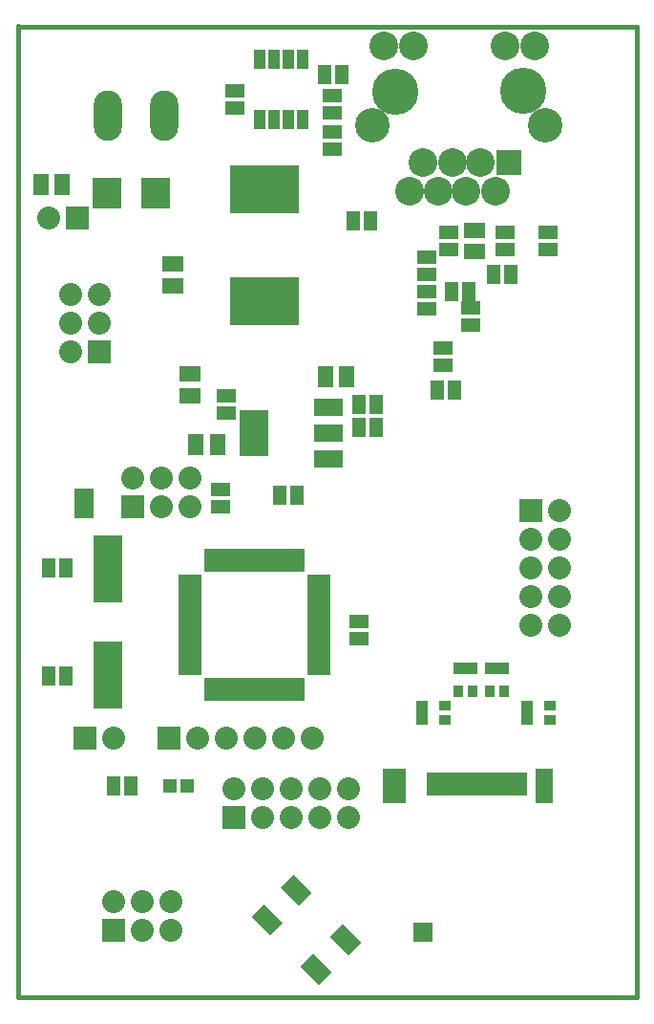
<source format=gts>
G04 (created by PCBNEW (2011-nov-30)-testing) date ven. 21 sept. 2012 14:12:35 CEST*
%MOIN*%
G04 Gerber Fmt 3.4, Leading zero omitted, Abs format*
%FSLAX34Y34*%
G01*
G70*
G90*
G04 APERTURE LIST*
%ADD10C,0.006*%
%ADD11C,0.015*%
%ADD12R,0.04X0.032*%
%ADD13R,0.032X0.04*%
%ADD14R,0.055X0.075*%
%ADD15R,0.075X0.055*%
%ADD16R,0.045X0.065*%
%ADD17R,0.065X0.045*%
%ADD18R,0.0514X0.0514*%
%ADD19R,0.04X0.065*%
%ADD20R,0.0476X0.0791*%
%ADD21R,0.0791X0.1224*%
%ADD22R,0.0594X0.1224*%
%ADD23R,0.0672X0.0672*%
%ADD24R,0.036X0.08*%
%ADD25R,0.08X0.036*%
%ADD26R,0.08X0.08*%
%ADD27C,0.08*%
%ADD28O,0.098X0.176*%
%ADD29R,0.0987X0.1106*%
%ADD30R,0.1184X0.1716*%
%ADD31R,0.1X0.164*%
%ADD32R,0.1X0.06*%
%ADD33R,0.0987X0.2365*%
%ADD34C,0.1617*%
%ADD35R,0.09X0.09*%
%ADD36C,0.1*%
%ADD37C,0.12*%
%ADD38R,0.07X0.058*%
G04 APERTURE END LIST*
G54D10*
G54D11*
X19700Y-39375D02*
X19700Y-39400D01*
X41300Y-39375D02*
X19700Y-39375D01*
X41300Y-73225D02*
X41300Y-39375D01*
X39375Y-73225D02*
X41300Y-73225D01*
X19685Y-73228D02*
X19685Y-39370D01*
X39370Y-73228D02*
X19685Y-73228D01*
G54D12*
X37474Y-63057D03*
X37474Y-63557D03*
X38274Y-63057D03*
X37474Y-63307D03*
X38274Y-63557D03*
G54D13*
X36667Y-61765D03*
X36167Y-61765D03*
X36667Y-62565D03*
X36417Y-61765D03*
X36167Y-62565D03*
X35565Y-61765D03*
X35065Y-61765D03*
X35565Y-62565D03*
X35315Y-61765D03*
X35065Y-62565D03*
G54D12*
X33813Y-63057D03*
X33813Y-63557D03*
X34613Y-63057D03*
X33813Y-63307D03*
X34613Y-63557D03*
G54D14*
X21241Y-44882D03*
X20491Y-44882D03*
X26655Y-53937D03*
X25905Y-53937D03*
G54D15*
X25098Y-48406D03*
X25098Y-47656D03*
G54D14*
X30432Y-51575D03*
X31182Y-51575D03*
G54D15*
X25689Y-51495D03*
X25689Y-52245D03*
G54D16*
X23627Y-65846D03*
X23027Y-65846D03*
G54D17*
X26772Y-55507D03*
X26772Y-56107D03*
X31594Y-60733D03*
X31594Y-60133D03*
G54D16*
X31993Y-46161D03*
X31393Y-46161D03*
G54D17*
X36713Y-47150D03*
X36713Y-46550D03*
X38189Y-47150D03*
X38189Y-46550D03*
X33957Y-49217D03*
X33957Y-48617D03*
X33957Y-47436D03*
X33957Y-48036D03*
G54D16*
X30409Y-41043D03*
X31009Y-41043D03*
G54D17*
X30660Y-42379D03*
X30660Y-41779D03*
X30660Y-43058D03*
X30660Y-43658D03*
G54D16*
X36914Y-48031D03*
X36314Y-48031D03*
G54D17*
X35500Y-49800D03*
X35500Y-49200D03*
G54D16*
X34946Y-52067D03*
X34346Y-52067D03*
G54D17*
X34547Y-50586D03*
X34547Y-51186D03*
G54D16*
X34838Y-48622D03*
X35438Y-48622D03*
G54D17*
X34744Y-46550D03*
X34744Y-47150D03*
G54D16*
X31590Y-52559D03*
X32190Y-52559D03*
X31590Y-53346D03*
X32190Y-53346D03*
G54D17*
X26969Y-52859D03*
X26969Y-52259D03*
X27264Y-41629D03*
X27264Y-42229D03*
G54D16*
X21363Y-58268D03*
X20763Y-58268D03*
X28834Y-55709D03*
X29434Y-55709D03*
X21363Y-62008D03*
X20763Y-62008D03*
G54D18*
X25590Y-65846D03*
X25000Y-65846D03*
G54D19*
X28138Y-40536D03*
X28138Y-42636D03*
X28638Y-40536D03*
X29138Y-40536D03*
X29638Y-40536D03*
X28638Y-42636D03*
X29138Y-42636D03*
X29638Y-42636D03*
G54D20*
X34212Y-65787D03*
X34645Y-65787D03*
X35078Y-65787D03*
X35511Y-65787D03*
X35944Y-65787D03*
X36378Y-65787D03*
X36811Y-65787D03*
X37244Y-65787D03*
G54D21*
X32834Y-65866D03*
G54D22*
X38070Y-65866D03*
G54D23*
X33818Y-70945D03*
G54D24*
X27953Y-57986D03*
X27638Y-57986D03*
X27323Y-57986D03*
X27008Y-57986D03*
X26693Y-57986D03*
X26378Y-57986D03*
X28268Y-57986D03*
X28583Y-57986D03*
X28898Y-57986D03*
X29213Y-57986D03*
X29528Y-57986D03*
X27953Y-62486D03*
X27638Y-62486D03*
X27323Y-62486D03*
X27008Y-62486D03*
X26693Y-62486D03*
X26378Y-62486D03*
X28268Y-62486D03*
X28583Y-62486D03*
X28898Y-62486D03*
X29213Y-62486D03*
X29528Y-62486D03*
G54D25*
X25703Y-60236D03*
X30203Y-60236D03*
X25703Y-60551D03*
X30203Y-60551D03*
X30203Y-60866D03*
X25703Y-60866D03*
X25703Y-61181D03*
X30203Y-61181D03*
X30203Y-61496D03*
X25703Y-61496D03*
X25703Y-61811D03*
X30203Y-61811D03*
X30203Y-59921D03*
X25703Y-59921D03*
X25703Y-59606D03*
X30203Y-59606D03*
X30203Y-59291D03*
X25703Y-59291D03*
X25703Y-58976D03*
X30203Y-58976D03*
X30203Y-58661D03*
X25703Y-58661D03*
G54D26*
X23705Y-56110D03*
G54D27*
X23705Y-55110D03*
X24705Y-56110D03*
X24705Y-55110D03*
X25705Y-56110D03*
X25705Y-55110D03*
G54D26*
X24961Y-64173D03*
G54D27*
X25961Y-64173D03*
X26961Y-64173D03*
X27961Y-64173D03*
X28961Y-64173D03*
X29961Y-64173D03*
G54D28*
X24790Y-42500D03*
X22820Y-42500D03*
G54D29*
X22804Y-45200D03*
X24496Y-45200D03*
G54D30*
X28889Y-45041D03*
X27707Y-45041D03*
X27707Y-48959D03*
X28889Y-48959D03*
G54D31*
X27932Y-53543D03*
G54D32*
X30532Y-53543D03*
X30532Y-52643D03*
X30532Y-54443D03*
G54D33*
X22835Y-58288D03*
X22835Y-61988D03*
G54D26*
X22039Y-64173D03*
G54D27*
X23039Y-64173D03*
G54D15*
X35630Y-47225D03*
X35630Y-46475D03*
G54D34*
X32856Y-41648D03*
X37344Y-41629D03*
G54D35*
X36832Y-44129D03*
G54D36*
X36360Y-45133D03*
X35848Y-44129D03*
X35336Y-45133D03*
X34864Y-44129D03*
X34352Y-45133D03*
X33840Y-44129D03*
X33368Y-45133D03*
X37718Y-40054D03*
X36714Y-40054D03*
X33486Y-40054D03*
X32482Y-40054D03*
G54D37*
X38112Y-42810D03*
X32049Y-42810D03*
G54D26*
X23016Y-70874D03*
G54D27*
X23016Y-69874D03*
X24016Y-70874D03*
X24016Y-69874D03*
X25016Y-70874D03*
X25016Y-69874D03*
G54D26*
X22547Y-50705D03*
G54D27*
X21547Y-50705D03*
X22547Y-49705D03*
X21547Y-49705D03*
X22547Y-48705D03*
X21547Y-48705D03*
G54D26*
X27232Y-66937D03*
G54D27*
X27232Y-65937D03*
X28232Y-66937D03*
X28232Y-65937D03*
X29232Y-66937D03*
X29232Y-65937D03*
X30232Y-66937D03*
X30232Y-65937D03*
X31232Y-66937D03*
X31232Y-65937D03*
G54D26*
X37591Y-56268D03*
G54D27*
X38591Y-56268D03*
X37591Y-57268D03*
X38591Y-57268D03*
X37591Y-58268D03*
X38591Y-58268D03*
X37591Y-59268D03*
X38591Y-59268D03*
X37591Y-60268D03*
X38591Y-60268D03*
G54D10*
G36*
X28872Y-69391D02*
X29318Y-68945D01*
X29960Y-69587D01*
X29514Y-70033D01*
X28872Y-69391D01*
X28872Y-69391D01*
G37*
G36*
X30597Y-71116D02*
X31043Y-70670D01*
X31685Y-71312D01*
X31239Y-71758D01*
X30597Y-71116D01*
X30597Y-71116D01*
G37*
G36*
X29568Y-72145D02*
X30014Y-71699D01*
X30656Y-72341D01*
X30210Y-72787D01*
X29568Y-72145D01*
X29568Y-72145D01*
G37*
G36*
X27843Y-70420D02*
X28289Y-69974D01*
X28931Y-70616D01*
X28485Y-71062D01*
X27843Y-70420D01*
X27843Y-70420D01*
G37*
G54D38*
X22000Y-55750D03*
X22000Y-56250D03*
G54D26*
X21760Y-46063D03*
G54D27*
X20760Y-46063D03*
M02*

</source>
